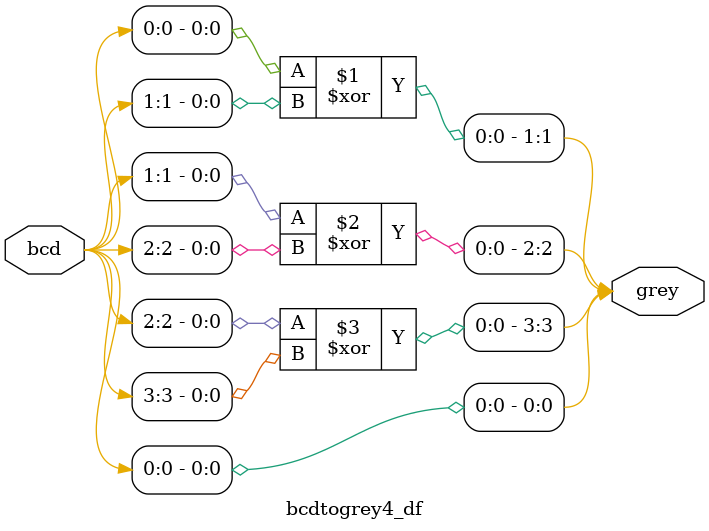
<source format=v>
module bcdtogrey4_df(
    output [3:0] grey,
    input [3:0] bcd
);
    assign grey[0] = bcd[0];
    assign grey[1] = bcd[0] ^ bcd[1];
    assign grey[2] = bcd[1] ^ bcd[2];
    assign grey[3] = bcd[2] ^ bcd[3];



endmodule
</source>
